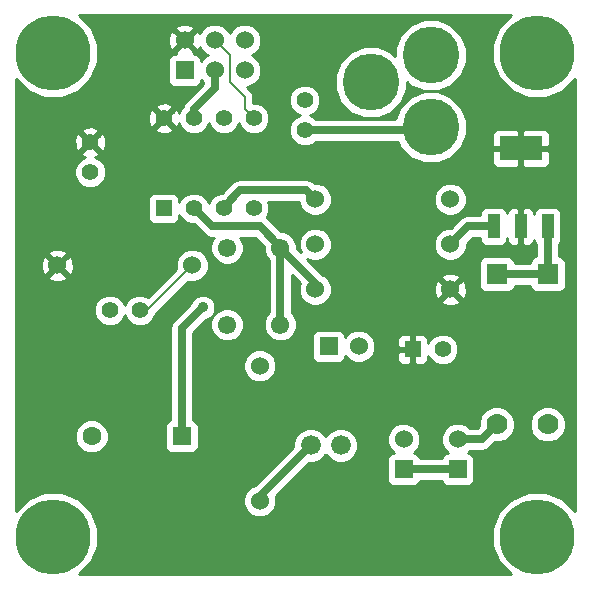
<source format=gtl>
G04 (created by PCBNEW (2013-07-07 BZR 4022)-stable) date 11/10/2014 7:57:12 PM*
%MOIN*%
G04 Gerber Fmt 3.4, Leading zero omitted, Abs format*
%FSLAX34Y34*%
G01*
G70*
G90*
G04 APERTURE LIST*
%ADD10C,0.00590551*%
%ADD11R,0.144X0.08*%
%ADD12R,0.04X0.08*%
%ADD13R,0.055X0.055*%
%ADD14C,0.055*%
%ADD15C,0.25*%
%ADD16C,0.189*%
%ADD17C,0.061*%
%ADD18C,0.06*%
%ADD19R,0.06X0.06*%
%ADD20C,0.07*%
%ADD21R,0.07X0.07*%
%ADD22R,0.0629921X0.0629921*%
%ADD23C,0.0629921*%
%ADD24C,0.066*%
%ADD25C,0.035*%
%ADD26C,0.025*%
%ADD27C,0.008*%
%ADD28C,0.01*%
G04 APERTURE END LIST*
G54D10*
G54D11*
X21100Y-8700D03*
G54D12*
X21100Y-11300D03*
X22000Y-11300D03*
X20200Y-11300D03*
G54D13*
X9200Y-10700D03*
G54D14*
X10200Y-10700D03*
X11200Y-10700D03*
X12200Y-10700D03*
X12200Y-7700D03*
X11200Y-7700D03*
X10200Y-7700D03*
X9200Y-7700D03*
G54D15*
X5511Y-21653D03*
X21653Y-21653D03*
X21653Y-5511D03*
X5511Y-5511D03*
G54D14*
X8400Y-14100D03*
X7400Y-14100D03*
X13900Y-8100D03*
X13900Y-7100D03*
X6750Y-8500D03*
X6750Y-9500D03*
G54D16*
X18100Y-5600D03*
X18100Y-8000D03*
X16100Y-6500D03*
G54D17*
X11314Y-14580D03*
X13086Y-14580D03*
X11314Y-12020D03*
X13086Y-12020D03*
G54D18*
X18750Y-10400D03*
X14250Y-10400D03*
X14250Y-11900D03*
X18750Y-11900D03*
X14250Y-13400D03*
X18750Y-13400D03*
G54D19*
X17200Y-19400D03*
G54D18*
X17200Y-18400D03*
G54D19*
X19000Y-19400D03*
G54D18*
X19000Y-18400D03*
G54D19*
X14700Y-15300D03*
G54D18*
X15700Y-15300D03*
G54D20*
X22000Y-17900D03*
G54D21*
X22000Y-12900D03*
G54D20*
X20300Y-17900D03*
G54D21*
X20300Y-12900D03*
G54D19*
X9900Y-6100D03*
G54D18*
X9900Y-5100D03*
X10900Y-6100D03*
X10900Y-5100D03*
X11900Y-6100D03*
X11900Y-5100D03*
G54D13*
X17500Y-15400D03*
G54D14*
X18500Y-15400D03*
G54D18*
X5650Y-12600D03*
X10150Y-12600D03*
G54D22*
X9796Y-18300D03*
G54D23*
X6803Y-18300D03*
G54D18*
X12400Y-15950D03*
X12400Y-20450D03*
G54D24*
X14100Y-18600D03*
X15100Y-18600D03*
G54D25*
X10500Y-14000D03*
G54D26*
X9796Y-18300D02*
X9796Y-14703D01*
X9796Y-14703D02*
X10500Y-14000D01*
G54D27*
X9796Y-14703D02*
X10500Y-14000D01*
X10900Y-5100D02*
X11400Y-5600D01*
X11900Y-7400D02*
X12200Y-7700D01*
X11900Y-7000D02*
X11900Y-7400D01*
X11400Y-6500D02*
X11900Y-7000D01*
X11400Y-5600D02*
X11400Y-6500D01*
G54D26*
X10200Y-7700D02*
X10200Y-7400D01*
X10200Y-7400D02*
X10900Y-6700D01*
X10900Y-6700D02*
X10900Y-6100D01*
G54D27*
X10900Y-6700D02*
X10900Y-6100D01*
X10200Y-7400D02*
X10900Y-6700D01*
G54D26*
X10200Y-10700D02*
X10800Y-11300D01*
X13086Y-11986D02*
X13086Y-12020D01*
X12400Y-11300D02*
X13086Y-11986D01*
X10800Y-11300D02*
X12400Y-11300D01*
X14250Y-13400D02*
X14250Y-13184D01*
X14250Y-13184D02*
X13086Y-12020D01*
X13086Y-14580D02*
X13086Y-12020D01*
X11200Y-10700D02*
X11200Y-10650D01*
X13950Y-10100D02*
X14250Y-10400D01*
X11750Y-10100D02*
X13950Y-10100D01*
X11200Y-10650D02*
X11750Y-10100D01*
G54D27*
X8400Y-14100D02*
X8650Y-14100D01*
X8650Y-14100D02*
X10150Y-12600D01*
G54D26*
X13900Y-8100D02*
X18000Y-8100D01*
X18000Y-8100D02*
X18100Y-8000D01*
X18000Y-8100D02*
X18100Y-8000D01*
X20200Y-11300D02*
X19350Y-11300D01*
X19350Y-11300D02*
X18750Y-11900D01*
X20300Y-12900D02*
X22000Y-12900D01*
X22000Y-12900D02*
X22000Y-11300D01*
X12400Y-20450D02*
X12400Y-20300D01*
X12400Y-20300D02*
X14100Y-18600D01*
X17200Y-19400D02*
X19000Y-19400D01*
X19000Y-18400D02*
X19800Y-18400D01*
X19800Y-18400D02*
X20300Y-17900D01*
G54D10*
G36*
X22903Y-20782D02*
X22600Y-20478D01*
X22600Y-17781D01*
X22600Y-17781D01*
X22600Y-13200D01*
X22600Y-12500D01*
X22562Y-12408D01*
X22491Y-12338D01*
X22399Y-12300D01*
X22375Y-12300D01*
X22375Y-11878D01*
X22411Y-11841D01*
X22449Y-11749D01*
X22450Y-11650D01*
X22450Y-10850D01*
X22412Y-10758D01*
X22341Y-10688D01*
X22249Y-10650D01*
X22150Y-10649D01*
X22070Y-10649D01*
X22070Y-9050D01*
X22070Y-8349D01*
X22069Y-8250D01*
X22031Y-8158D01*
X21961Y-8087D01*
X21869Y-8049D01*
X21212Y-8050D01*
X21150Y-8112D01*
X21150Y-8650D01*
X22007Y-8650D01*
X22070Y-8587D01*
X22070Y-8349D01*
X22070Y-9050D01*
X22070Y-8812D01*
X22007Y-8750D01*
X21150Y-8750D01*
X21150Y-9287D01*
X21212Y-9350D01*
X21869Y-9350D01*
X21961Y-9312D01*
X22031Y-9241D01*
X22069Y-9149D01*
X22070Y-9050D01*
X22070Y-10649D01*
X21750Y-10649D01*
X21658Y-10687D01*
X21588Y-10758D01*
X21550Y-10850D01*
X21550Y-10900D01*
X21549Y-10850D01*
X21511Y-10758D01*
X21441Y-10687D01*
X21349Y-10649D01*
X21212Y-10650D01*
X21150Y-10712D01*
X21150Y-11250D01*
X21157Y-11250D01*
X21157Y-11350D01*
X21150Y-11350D01*
X21150Y-11887D01*
X21212Y-11950D01*
X21349Y-11950D01*
X21441Y-11912D01*
X21511Y-11841D01*
X21549Y-11749D01*
X21549Y-11749D01*
X21549Y-11749D01*
X21587Y-11841D01*
X21625Y-11878D01*
X21625Y-12299D01*
X21600Y-12299D01*
X21508Y-12337D01*
X21438Y-12408D01*
X21400Y-12500D01*
X21400Y-12525D01*
X21050Y-12525D01*
X21050Y-11887D01*
X21050Y-11350D01*
X21042Y-11350D01*
X21042Y-11250D01*
X21050Y-11250D01*
X21050Y-10712D01*
X21050Y-9287D01*
X21050Y-8750D01*
X21050Y-8650D01*
X21050Y-8112D01*
X20987Y-8050D01*
X20330Y-8049D01*
X20238Y-8087D01*
X20168Y-8158D01*
X20130Y-8250D01*
X20129Y-8349D01*
X20130Y-8587D01*
X20192Y-8650D01*
X21050Y-8650D01*
X21050Y-8750D01*
X20192Y-8750D01*
X20130Y-8812D01*
X20129Y-9050D01*
X20130Y-9149D01*
X20168Y-9241D01*
X20238Y-9312D01*
X20330Y-9350D01*
X20987Y-9350D01*
X21050Y-9287D01*
X21050Y-10712D01*
X20987Y-10650D01*
X20850Y-10649D01*
X20758Y-10687D01*
X20688Y-10758D01*
X20650Y-10850D01*
X20650Y-10850D01*
X20612Y-10758D01*
X20541Y-10688D01*
X20449Y-10650D01*
X20350Y-10649D01*
X19950Y-10649D01*
X19858Y-10687D01*
X19788Y-10758D01*
X19750Y-10850D01*
X19749Y-10925D01*
X19350Y-10925D01*
X19300Y-10934D01*
X19300Y-10291D01*
X19295Y-10279D01*
X19295Y-7763D01*
X19295Y-5363D01*
X19113Y-4923D01*
X18777Y-4587D01*
X18338Y-4405D01*
X17863Y-4404D01*
X17423Y-4586D01*
X17087Y-4922D01*
X16905Y-5361D01*
X16904Y-5614D01*
X16777Y-5487D01*
X16338Y-5305D01*
X15863Y-5304D01*
X15423Y-5486D01*
X15087Y-5822D01*
X14905Y-6261D01*
X14904Y-6736D01*
X15086Y-7176D01*
X15422Y-7512D01*
X15861Y-7694D01*
X16336Y-7695D01*
X16776Y-7513D01*
X17112Y-7177D01*
X17294Y-6738D01*
X17295Y-6485D01*
X17422Y-6612D01*
X17861Y-6794D01*
X18336Y-6795D01*
X18776Y-6613D01*
X19112Y-6277D01*
X19294Y-5838D01*
X19295Y-5363D01*
X19295Y-7763D01*
X19113Y-7323D01*
X18777Y-6987D01*
X18338Y-6805D01*
X17863Y-6804D01*
X17423Y-6986D01*
X17087Y-7322D01*
X16920Y-7725D01*
X14267Y-7725D01*
X14197Y-7655D01*
X14064Y-7599D01*
X14197Y-7545D01*
X14344Y-7397D01*
X14424Y-7204D01*
X14425Y-6996D01*
X14345Y-6803D01*
X14197Y-6655D01*
X14004Y-6575D01*
X13796Y-6574D01*
X13603Y-6654D01*
X13455Y-6802D01*
X13375Y-6995D01*
X13374Y-7203D01*
X13454Y-7397D01*
X13602Y-7544D01*
X13735Y-7600D01*
X13603Y-7654D01*
X13455Y-7802D01*
X13375Y-7995D01*
X13374Y-8203D01*
X13454Y-8397D01*
X13602Y-8544D01*
X13795Y-8624D01*
X14003Y-8625D01*
X14197Y-8545D01*
X14267Y-8475D01*
X17003Y-8475D01*
X17086Y-8676D01*
X17422Y-9012D01*
X17861Y-9194D01*
X18336Y-9195D01*
X18776Y-9013D01*
X19112Y-8677D01*
X19294Y-8238D01*
X19295Y-7763D01*
X19295Y-10279D01*
X19216Y-10088D01*
X19061Y-9934D01*
X18859Y-9850D01*
X18641Y-9849D01*
X18438Y-9933D01*
X18284Y-10088D01*
X18200Y-10290D01*
X18199Y-10508D01*
X18283Y-10711D01*
X18438Y-10865D01*
X18640Y-10949D01*
X18858Y-10950D01*
X19061Y-10866D01*
X19215Y-10711D01*
X19299Y-10509D01*
X19300Y-10291D01*
X19300Y-10934D01*
X19206Y-10953D01*
X19084Y-11034D01*
X18769Y-11350D01*
X18641Y-11349D01*
X18438Y-11433D01*
X18284Y-11588D01*
X18200Y-11790D01*
X18199Y-12008D01*
X18283Y-12211D01*
X18438Y-12365D01*
X18640Y-12449D01*
X18858Y-12450D01*
X19061Y-12366D01*
X19215Y-12211D01*
X19299Y-12009D01*
X19300Y-11880D01*
X19505Y-11675D01*
X19749Y-11675D01*
X19749Y-11749D01*
X19787Y-11841D01*
X19858Y-11911D01*
X19950Y-11949D01*
X20049Y-11950D01*
X20449Y-11950D01*
X20541Y-11912D01*
X20611Y-11841D01*
X20649Y-11749D01*
X20650Y-11699D01*
X20650Y-11749D01*
X20688Y-11841D01*
X20758Y-11912D01*
X20850Y-11950D01*
X20987Y-11950D01*
X21050Y-11887D01*
X21050Y-12525D01*
X20900Y-12525D01*
X20900Y-12500D01*
X20862Y-12408D01*
X20791Y-12338D01*
X20699Y-12300D01*
X20600Y-12299D01*
X19900Y-12299D01*
X19808Y-12337D01*
X19738Y-12408D01*
X19700Y-12500D01*
X19699Y-12599D01*
X19699Y-13299D01*
X19737Y-13391D01*
X19808Y-13461D01*
X19900Y-13499D01*
X19999Y-13500D01*
X20699Y-13500D01*
X20791Y-13462D01*
X20861Y-13391D01*
X20899Y-13299D01*
X20899Y-13275D01*
X21399Y-13275D01*
X21399Y-13299D01*
X21437Y-13391D01*
X21508Y-13461D01*
X21600Y-13499D01*
X21699Y-13500D01*
X22399Y-13500D01*
X22491Y-13462D01*
X22561Y-13391D01*
X22599Y-13299D01*
X22600Y-13200D01*
X22600Y-17781D01*
X22508Y-17560D01*
X22340Y-17391D01*
X22119Y-17300D01*
X21881Y-17299D01*
X21660Y-17391D01*
X21491Y-17559D01*
X21400Y-17780D01*
X21399Y-18018D01*
X21491Y-18239D01*
X21659Y-18408D01*
X21880Y-18499D01*
X22118Y-18500D01*
X22339Y-18408D01*
X22508Y-18240D01*
X22599Y-18019D01*
X22600Y-17781D01*
X22600Y-20478D01*
X22504Y-20382D01*
X21953Y-20153D01*
X21356Y-20153D01*
X20900Y-20341D01*
X20900Y-17781D01*
X20808Y-17560D01*
X20640Y-17391D01*
X20419Y-17300D01*
X20181Y-17299D01*
X19960Y-17391D01*
X19791Y-17559D01*
X19700Y-17780D01*
X19699Y-17969D01*
X19644Y-18025D01*
X19402Y-18025D01*
X19311Y-17934D01*
X19304Y-17931D01*
X19304Y-13481D01*
X19293Y-13263D01*
X19231Y-13112D01*
X19135Y-13084D01*
X19065Y-13155D01*
X19065Y-13014D01*
X19037Y-12918D01*
X18831Y-12845D01*
X18613Y-12856D01*
X18462Y-12918D01*
X18434Y-13014D01*
X18750Y-13329D01*
X19065Y-13014D01*
X19065Y-13155D01*
X18820Y-13400D01*
X19135Y-13715D01*
X19231Y-13687D01*
X19304Y-13481D01*
X19304Y-17931D01*
X19109Y-17850D01*
X19065Y-17850D01*
X19065Y-13785D01*
X18750Y-13470D01*
X18679Y-13541D01*
X18679Y-13400D01*
X18364Y-13084D01*
X18268Y-13112D01*
X18195Y-13318D01*
X18206Y-13536D01*
X18268Y-13687D01*
X18364Y-13715D01*
X18679Y-13400D01*
X18679Y-13541D01*
X18434Y-13785D01*
X18462Y-13881D01*
X18668Y-13954D01*
X18886Y-13943D01*
X19037Y-13881D01*
X19065Y-13785D01*
X19065Y-17850D01*
X19025Y-17850D01*
X19025Y-15296D01*
X18945Y-15103D01*
X18797Y-14955D01*
X18604Y-14875D01*
X18396Y-14874D01*
X18203Y-14954D01*
X18055Y-15102D01*
X18025Y-15174D01*
X18025Y-15174D01*
X18024Y-15075D01*
X17986Y-14983D01*
X17916Y-14912D01*
X17824Y-14874D01*
X17612Y-14875D01*
X17550Y-14937D01*
X17550Y-15350D01*
X17557Y-15350D01*
X17557Y-15450D01*
X17550Y-15450D01*
X17550Y-15862D01*
X17612Y-15925D01*
X17824Y-15925D01*
X17916Y-15887D01*
X17986Y-15816D01*
X18024Y-15724D01*
X18025Y-15625D01*
X18025Y-15625D01*
X18054Y-15697D01*
X18202Y-15844D01*
X18395Y-15924D01*
X18603Y-15925D01*
X18797Y-15845D01*
X18944Y-15697D01*
X19024Y-15504D01*
X19025Y-15296D01*
X19025Y-17850D01*
X18891Y-17849D01*
X18688Y-17933D01*
X18534Y-18088D01*
X18450Y-18290D01*
X18449Y-18508D01*
X18533Y-18711D01*
X18672Y-18849D01*
X18650Y-18849D01*
X18558Y-18887D01*
X18488Y-18958D01*
X18460Y-19025D01*
X17739Y-19025D01*
X17712Y-18958D01*
X17641Y-18888D01*
X17549Y-18850D01*
X17527Y-18850D01*
X17665Y-18711D01*
X17749Y-18509D01*
X17750Y-18291D01*
X17666Y-18088D01*
X17511Y-17934D01*
X17450Y-17908D01*
X17450Y-15862D01*
X17450Y-15450D01*
X17450Y-15350D01*
X17450Y-14937D01*
X17387Y-14875D01*
X17175Y-14874D01*
X17083Y-14912D01*
X17013Y-14983D01*
X16975Y-15075D01*
X16974Y-15174D01*
X16975Y-15287D01*
X17037Y-15350D01*
X17450Y-15350D01*
X17450Y-15450D01*
X17037Y-15450D01*
X16975Y-15512D01*
X16974Y-15625D01*
X16975Y-15724D01*
X17013Y-15816D01*
X17083Y-15887D01*
X17175Y-15925D01*
X17387Y-15925D01*
X17450Y-15862D01*
X17450Y-17908D01*
X17309Y-17850D01*
X17091Y-17849D01*
X16888Y-17933D01*
X16734Y-18088D01*
X16650Y-18290D01*
X16649Y-18508D01*
X16733Y-18711D01*
X16872Y-18849D01*
X16850Y-18849D01*
X16758Y-18887D01*
X16688Y-18958D01*
X16650Y-19050D01*
X16649Y-19149D01*
X16649Y-19749D01*
X16687Y-19841D01*
X16758Y-19911D01*
X16850Y-19949D01*
X16949Y-19950D01*
X17549Y-19950D01*
X17641Y-19912D01*
X17711Y-19841D01*
X17739Y-19775D01*
X18460Y-19775D01*
X18487Y-19841D01*
X18558Y-19911D01*
X18650Y-19949D01*
X18749Y-19950D01*
X19349Y-19950D01*
X19441Y-19912D01*
X19511Y-19841D01*
X19549Y-19749D01*
X19550Y-19650D01*
X19550Y-19050D01*
X19512Y-18958D01*
X19441Y-18888D01*
X19349Y-18850D01*
X19327Y-18850D01*
X19402Y-18775D01*
X19800Y-18775D01*
X19943Y-18746D01*
X20065Y-18665D01*
X20230Y-18499D01*
X20418Y-18500D01*
X20639Y-18408D01*
X20808Y-18240D01*
X20899Y-18019D01*
X20900Y-17781D01*
X20900Y-20341D01*
X20804Y-20381D01*
X20382Y-20802D01*
X20153Y-21353D01*
X20153Y-21950D01*
X20381Y-22502D01*
X20781Y-22903D01*
X16250Y-22903D01*
X16250Y-15191D01*
X16166Y-14988D01*
X16011Y-14834D01*
X15809Y-14750D01*
X15591Y-14749D01*
X15388Y-14833D01*
X15250Y-14972D01*
X15250Y-14950D01*
X15212Y-14858D01*
X15141Y-14788D01*
X15049Y-14750D01*
X14950Y-14749D01*
X14800Y-14749D01*
X14800Y-13291D01*
X14716Y-13088D01*
X14561Y-12934D01*
X14507Y-12911D01*
X13979Y-12383D01*
X14140Y-12449D01*
X14358Y-12450D01*
X14561Y-12366D01*
X14715Y-12211D01*
X14799Y-12009D01*
X14800Y-11791D01*
X14716Y-11588D01*
X14561Y-11434D01*
X14359Y-11350D01*
X14141Y-11349D01*
X13938Y-11433D01*
X13784Y-11588D01*
X13700Y-11790D01*
X13699Y-12008D01*
X13766Y-12170D01*
X13640Y-12044D01*
X13641Y-11910D01*
X13556Y-11706D01*
X13400Y-11549D01*
X13196Y-11465D01*
X13095Y-11465D01*
X12665Y-11034D01*
X12630Y-11011D01*
X12644Y-10997D01*
X12724Y-10804D01*
X12725Y-10596D01*
X12675Y-10475D01*
X13699Y-10475D01*
X13699Y-10508D01*
X13783Y-10711D01*
X13938Y-10865D01*
X14140Y-10949D01*
X14358Y-10950D01*
X14561Y-10866D01*
X14715Y-10711D01*
X14799Y-10509D01*
X14800Y-10291D01*
X14716Y-10088D01*
X14561Y-9934D01*
X14359Y-9850D01*
X14230Y-9849D01*
X14215Y-9834D01*
X14093Y-9753D01*
X13950Y-9725D01*
X12725Y-9725D01*
X12725Y-7596D01*
X12645Y-7403D01*
X12497Y-7255D01*
X12304Y-7175D01*
X12190Y-7174D01*
X12190Y-7000D01*
X12167Y-6889D01*
X12105Y-6794D01*
X11960Y-6650D01*
X12008Y-6650D01*
X12211Y-6566D01*
X12365Y-6411D01*
X12449Y-6209D01*
X12450Y-5991D01*
X12366Y-5788D01*
X12211Y-5634D01*
X12130Y-5600D01*
X12211Y-5566D01*
X12365Y-5411D01*
X12449Y-5209D01*
X12450Y-4991D01*
X12366Y-4788D01*
X12211Y-4634D01*
X12009Y-4550D01*
X11791Y-4549D01*
X11588Y-4633D01*
X11434Y-4788D01*
X11400Y-4869D01*
X11366Y-4788D01*
X11211Y-4634D01*
X11009Y-4550D01*
X10791Y-4549D01*
X10588Y-4633D01*
X10434Y-4788D01*
X10402Y-4863D01*
X10381Y-4812D01*
X10285Y-4784D01*
X10215Y-4855D01*
X10215Y-4714D01*
X10187Y-4618D01*
X9981Y-4545D01*
X9763Y-4556D01*
X9612Y-4618D01*
X9584Y-4714D01*
X9900Y-5029D01*
X10215Y-4714D01*
X10215Y-4855D01*
X9970Y-5100D01*
X10285Y-5415D01*
X10381Y-5387D01*
X10400Y-5332D01*
X10433Y-5411D01*
X10588Y-5565D01*
X10669Y-5599D01*
X10588Y-5633D01*
X10450Y-5772D01*
X10450Y-5750D01*
X10412Y-5658D01*
X10341Y-5588D01*
X10249Y-5550D01*
X10196Y-5549D01*
X10215Y-5485D01*
X9900Y-5170D01*
X9829Y-5241D01*
X9829Y-5100D01*
X9514Y-4784D01*
X9418Y-4812D01*
X9345Y-5018D01*
X9356Y-5236D01*
X9418Y-5387D01*
X9514Y-5415D01*
X9829Y-5100D01*
X9829Y-5241D01*
X9584Y-5485D01*
X9603Y-5549D01*
X9550Y-5549D01*
X9458Y-5587D01*
X9388Y-5658D01*
X9350Y-5750D01*
X9349Y-5849D01*
X9349Y-6449D01*
X9387Y-6541D01*
X9458Y-6611D01*
X9550Y-6649D01*
X9649Y-6650D01*
X10249Y-6650D01*
X10341Y-6612D01*
X10411Y-6541D01*
X10449Y-6449D01*
X10449Y-6427D01*
X10525Y-6502D01*
X10525Y-6544D01*
X9934Y-7134D01*
X9853Y-7256D01*
X9841Y-7315D01*
X9755Y-7402D01*
X9702Y-7528D01*
X9660Y-7427D01*
X9567Y-7402D01*
X9497Y-7473D01*
X9497Y-7332D01*
X9472Y-7239D01*
X9275Y-7170D01*
X9067Y-7181D01*
X8927Y-7239D01*
X8902Y-7332D01*
X9200Y-7629D01*
X9497Y-7332D01*
X9497Y-7473D01*
X9270Y-7700D01*
X9567Y-7997D01*
X9660Y-7972D01*
X9699Y-7862D01*
X9754Y-7997D01*
X9902Y-8144D01*
X10095Y-8224D01*
X10303Y-8225D01*
X10497Y-8145D01*
X10644Y-7997D01*
X10700Y-7864D01*
X10754Y-7997D01*
X10902Y-8144D01*
X11095Y-8224D01*
X11303Y-8225D01*
X11497Y-8145D01*
X11644Y-7997D01*
X11700Y-7864D01*
X11754Y-7997D01*
X11902Y-8144D01*
X12095Y-8224D01*
X12303Y-8225D01*
X12497Y-8145D01*
X12644Y-7997D01*
X12724Y-7804D01*
X12725Y-7596D01*
X12725Y-9725D01*
X11750Y-9725D01*
X11606Y-9753D01*
X11484Y-9834D01*
X11144Y-10174D01*
X11096Y-10174D01*
X10903Y-10254D01*
X10755Y-10402D01*
X10699Y-10535D01*
X10645Y-10403D01*
X10497Y-10255D01*
X10304Y-10175D01*
X10096Y-10174D01*
X9903Y-10254D01*
X9755Y-10402D01*
X9725Y-10474D01*
X9725Y-10375D01*
X9687Y-10283D01*
X9616Y-10213D01*
X9524Y-10175D01*
X9497Y-10175D01*
X9497Y-8067D01*
X9200Y-7770D01*
X9129Y-7841D01*
X9129Y-7700D01*
X8832Y-7402D01*
X8739Y-7427D01*
X8670Y-7624D01*
X8681Y-7832D01*
X8739Y-7972D01*
X8832Y-7997D01*
X9129Y-7700D01*
X9129Y-7841D01*
X8902Y-8067D01*
X8927Y-8160D01*
X9124Y-8229D01*
X9332Y-8218D01*
X9472Y-8160D01*
X9497Y-8067D01*
X9497Y-10175D01*
X9425Y-10174D01*
X8875Y-10174D01*
X8783Y-10212D01*
X8713Y-10283D01*
X8675Y-10375D01*
X8674Y-10474D01*
X8674Y-11024D01*
X8712Y-11116D01*
X8783Y-11186D01*
X8875Y-11224D01*
X8974Y-11225D01*
X9524Y-11225D01*
X9616Y-11187D01*
X9686Y-11116D01*
X9724Y-11024D01*
X9725Y-10925D01*
X9725Y-10925D01*
X9754Y-10997D01*
X9902Y-11144D01*
X10095Y-11224D01*
X10194Y-11224D01*
X10534Y-11565D01*
X10534Y-11565D01*
X10656Y-11646D01*
X10800Y-11675D01*
X10874Y-11675D01*
X10843Y-11705D01*
X10759Y-11909D01*
X10758Y-12129D01*
X10843Y-12333D01*
X10999Y-12490D01*
X11203Y-12574D01*
X11423Y-12575D01*
X11627Y-12490D01*
X11784Y-12334D01*
X11868Y-12130D01*
X11869Y-11910D01*
X11784Y-11706D01*
X11753Y-11675D01*
X12244Y-11675D01*
X12531Y-11961D01*
X12530Y-12129D01*
X12615Y-12333D01*
X12711Y-12429D01*
X12711Y-14170D01*
X12615Y-14265D01*
X12531Y-14469D01*
X12530Y-14689D01*
X12615Y-14893D01*
X12771Y-15050D01*
X12975Y-15134D01*
X13195Y-15135D01*
X13399Y-15050D01*
X13556Y-14894D01*
X13640Y-14690D01*
X13641Y-14470D01*
X13556Y-14266D01*
X13461Y-14170D01*
X13461Y-12925D01*
X13736Y-13201D01*
X13700Y-13290D01*
X13699Y-13508D01*
X13783Y-13711D01*
X13938Y-13865D01*
X14140Y-13949D01*
X14358Y-13950D01*
X14561Y-13866D01*
X14715Y-13711D01*
X14799Y-13509D01*
X14800Y-13291D01*
X14800Y-14749D01*
X14350Y-14749D01*
X14258Y-14787D01*
X14188Y-14858D01*
X14150Y-14950D01*
X14149Y-15049D01*
X14149Y-15649D01*
X14187Y-15741D01*
X14258Y-15811D01*
X14350Y-15849D01*
X14449Y-15850D01*
X15049Y-15850D01*
X15141Y-15812D01*
X15211Y-15741D01*
X15249Y-15649D01*
X15249Y-15627D01*
X15388Y-15765D01*
X15590Y-15849D01*
X15808Y-15850D01*
X16011Y-15766D01*
X16165Y-15611D01*
X16249Y-15409D01*
X16250Y-15191D01*
X16250Y-22903D01*
X15680Y-22903D01*
X15680Y-18485D01*
X15591Y-18271D01*
X15428Y-18108D01*
X15215Y-18020D01*
X14985Y-18019D01*
X14771Y-18108D01*
X14608Y-18271D01*
X14600Y-18291D01*
X14591Y-18271D01*
X14428Y-18108D01*
X14215Y-18020D01*
X13985Y-18019D01*
X13771Y-18108D01*
X13608Y-18271D01*
X13520Y-18484D01*
X13519Y-18649D01*
X12950Y-19219D01*
X12950Y-15841D01*
X12866Y-15638D01*
X12711Y-15484D01*
X12509Y-15400D01*
X12291Y-15399D01*
X12088Y-15483D01*
X11934Y-15638D01*
X11869Y-15794D01*
X11869Y-14470D01*
X11784Y-14266D01*
X11628Y-14109D01*
X11424Y-14025D01*
X11204Y-14024D01*
X11000Y-14109D01*
X10925Y-14184D01*
X10925Y-13915D01*
X10860Y-13759D01*
X10741Y-13639D01*
X10700Y-13622D01*
X10700Y-12491D01*
X10616Y-12288D01*
X10461Y-12134D01*
X10259Y-12050D01*
X10041Y-12049D01*
X9838Y-12133D01*
X9684Y-12288D01*
X9600Y-12490D01*
X9599Y-12708D01*
X9608Y-12730D01*
X8688Y-13651D01*
X8504Y-13575D01*
X8296Y-13574D01*
X8103Y-13654D01*
X7955Y-13802D01*
X7899Y-13935D01*
X7845Y-13803D01*
X7697Y-13655D01*
X7504Y-13575D01*
X7296Y-13574D01*
X7279Y-13581D01*
X7279Y-8575D01*
X7268Y-8367D01*
X7210Y-8227D01*
X7117Y-8202D01*
X7047Y-8273D01*
X7047Y-8132D01*
X7022Y-8039D01*
X6825Y-7970D01*
X6617Y-7981D01*
X6477Y-8039D01*
X6452Y-8132D01*
X6750Y-8429D01*
X7047Y-8132D01*
X7047Y-8273D01*
X6820Y-8500D01*
X7117Y-8797D01*
X7210Y-8772D01*
X7279Y-8575D01*
X7279Y-13581D01*
X7275Y-13583D01*
X7275Y-9396D01*
X7195Y-9203D01*
X7047Y-9055D01*
X6921Y-9002D01*
X7022Y-8960D01*
X7047Y-8867D01*
X6750Y-8570D01*
X6679Y-8641D01*
X6679Y-8500D01*
X6382Y-8202D01*
X6289Y-8227D01*
X6220Y-8424D01*
X6231Y-8632D01*
X6289Y-8772D01*
X6382Y-8797D01*
X6679Y-8500D01*
X6679Y-8641D01*
X6452Y-8867D01*
X6477Y-8960D01*
X6587Y-8999D01*
X6453Y-9054D01*
X6305Y-9202D01*
X6225Y-9395D01*
X6224Y-9603D01*
X6304Y-9797D01*
X6452Y-9944D01*
X6645Y-10024D01*
X6853Y-10025D01*
X7047Y-9945D01*
X7194Y-9797D01*
X7274Y-9604D01*
X7275Y-9396D01*
X7275Y-13583D01*
X7103Y-13654D01*
X6955Y-13802D01*
X6875Y-13995D01*
X6874Y-14203D01*
X6954Y-14397D01*
X7102Y-14544D01*
X7295Y-14624D01*
X7503Y-14625D01*
X7697Y-14545D01*
X7844Y-14397D01*
X7900Y-14264D01*
X7954Y-14397D01*
X8102Y-14544D01*
X8295Y-14624D01*
X8503Y-14625D01*
X8697Y-14545D01*
X8844Y-14397D01*
X8903Y-14256D01*
X10018Y-13141D01*
X10040Y-13149D01*
X10258Y-13150D01*
X10461Y-13066D01*
X10615Y-12911D01*
X10699Y-12709D01*
X10700Y-12491D01*
X10700Y-13622D01*
X10584Y-13575D01*
X10415Y-13574D01*
X10259Y-13639D01*
X10139Y-13758D01*
X10089Y-13880D01*
X9530Y-14438D01*
X9449Y-14560D01*
X9421Y-14703D01*
X9421Y-17739D01*
X9339Y-17772D01*
X9269Y-17843D01*
X9231Y-17935D01*
X9231Y-18034D01*
X9231Y-18664D01*
X9269Y-18756D01*
X9339Y-18826D01*
X9431Y-18864D01*
X9530Y-18865D01*
X10160Y-18865D01*
X10252Y-18827D01*
X10322Y-18756D01*
X10360Y-18664D01*
X10361Y-18565D01*
X10361Y-17935D01*
X10323Y-17843D01*
X10252Y-17773D01*
X10171Y-17739D01*
X10171Y-14859D01*
X10620Y-14410D01*
X10740Y-14360D01*
X10860Y-14241D01*
X10924Y-14084D01*
X10925Y-13915D01*
X10925Y-14184D01*
X10843Y-14265D01*
X10759Y-14469D01*
X10758Y-14689D01*
X10843Y-14893D01*
X10999Y-15050D01*
X11203Y-15134D01*
X11423Y-15135D01*
X11627Y-15050D01*
X11784Y-14894D01*
X11868Y-14690D01*
X11869Y-14470D01*
X11869Y-15794D01*
X11850Y-15840D01*
X11849Y-16058D01*
X11933Y-16261D01*
X12088Y-16415D01*
X12290Y-16499D01*
X12508Y-16500D01*
X12711Y-16416D01*
X12865Y-16261D01*
X12949Y-16059D01*
X12950Y-15841D01*
X12950Y-19219D01*
X12254Y-19914D01*
X12088Y-19983D01*
X11934Y-20138D01*
X11850Y-20340D01*
X11849Y-20558D01*
X11933Y-20761D01*
X12088Y-20915D01*
X12290Y-20999D01*
X12508Y-21000D01*
X12711Y-20916D01*
X12865Y-20761D01*
X12949Y-20559D01*
X12950Y-20341D01*
X12932Y-20298D01*
X14050Y-19179D01*
X14214Y-19180D01*
X14428Y-19091D01*
X14591Y-18928D01*
X14599Y-18908D01*
X14608Y-18928D01*
X14771Y-19091D01*
X14984Y-19179D01*
X15214Y-19180D01*
X15428Y-19091D01*
X15591Y-18928D01*
X15679Y-18715D01*
X15680Y-18485D01*
X15680Y-22903D01*
X7368Y-22903D01*
X7368Y-18188D01*
X7283Y-17980D01*
X7124Y-17821D01*
X6916Y-17735D01*
X6692Y-17734D01*
X6484Y-17820D01*
X6325Y-17979D01*
X6239Y-18187D01*
X6238Y-18411D01*
X6324Y-18619D01*
X6483Y-18778D01*
X6691Y-18864D01*
X6915Y-18865D01*
X7123Y-18779D01*
X7282Y-18620D01*
X7368Y-18412D01*
X7368Y-18188D01*
X7368Y-22903D01*
X6382Y-22903D01*
X6782Y-22504D01*
X7011Y-21953D01*
X7012Y-21356D01*
X6784Y-20804D01*
X6362Y-20382D01*
X6204Y-20317D01*
X6204Y-12681D01*
X6193Y-12463D01*
X6131Y-12312D01*
X6035Y-12284D01*
X5965Y-12355D01*
X5965Y-12214D01*
X5937Y-12118D01*
X5731Y-12045D01*
X5513Y-12056D01*
X5362Y-12118D01*
X5334Y-12214D01*
X5650Y-12529D01*
X5965Y-12214D01*
X5965Y-12355D01*
X5720Y-12600D01*
X6035Y-12915D01*
X6131Y-12887D01*
X6204Y-12681D01*
X6204Y-20317D01*
X5965Y-20217D01*
X5965Y-12985D01*
X5650Y-12670D01*
X5579Y-12741D01*
X5579Y-12600D01*
X5264Y-12284D01*
X5168Y-12312D01*
X5095Y-12518D01*
X5106Y-12736D01*
X5168Y-12887D01*
X5264Y-12915D01*
X5579Y-12600D01*
X5579Y-12741D01*
X5334Y-12985D01*
X5362Y-13081D01*
X5568Y-13154D01*
X5786Y-13143D01*
X5937Y-13081D01*
X5965Y-12985D01*
X5965Y-20217D01*
X5811Y-20153D01*
X5214Y-20153D01*
X4663Y-20381D01*
X4262Y-20781D01*
X4262Y-6382D01*
X4661Y-6782D01*
X5212Y-7011D01*
X5808Y-7012D01*
X6360Y-6784D01*
X6782Y-6362D01*
X7011Y-5811D01*
X7012Y-5214D01*
X6784Y-4663D01*
X6383Y-4262D01*
X20782Y-4262D01*
X20382Y-4661D01*
X20153Y-5212D01*
X20153Y-5808D01*
X20381Y-6360D01*
X20802Y-6782D01*
X21353Y-7011D01*
X21950Y-7012D01*
X22502Y-6784D01*
X22903Y-6383D01*
X22903Y-20782D01*
X22903Y-20782D01*
G37*
G54D28*
X22903Y-20782D02*
X22600Y-20478D01*
X22600Y-17781D01*
X22600Y-17781D01*
X22600Y-13200D01*
X22600Y-12500D01*
X22562Y-12408D01*
X22491Y-12338D01*
X22399Y-12300D01*
X22375Y-12300D01*
X22375Y-11878D01*
X22411Y-11841D01*
X22449Y-11749D01*
X22450Y-11650D01*
X22450Y-10850D01*
X22412Y-10758D01*
X22341Y-10688D01*
X22249Y-10650D01*
X22150Y-10649D01*
X22070Y-10649D01*
X22070Y-9050D01*
X22070Y-8349D01*
X22069Y-8250D01*
X22031Y-8158D01*
X21961Y-8087D01*
X21869Y-8049D01*
X21212Y-8050D01*
X21150Y-8112D01*
X21150Y-8650D01*
X22007Y-8650D01*
X22070Y-8587D01*
X22070Y-8349D01*
X22070Y-9050D01*
X22070Y-8812D01*
X22007Y-8750D01*
X21150Y-8750D01*
X21150Y-9287D01*
X21212Y-9350D01*
X21869Y-9350D01*
X21961Y-9312D01*
X22031Y-9241D01*
X22069Y-9149D01*
X22070Y-9050D01*
X22070Y-10649D01*
X21750Y-10649D01*
X21658Y-10687D01*
X21588Y-10758D01*
X21550Y-10850D01*
X21550Y-10900D01*
X21549Y-10850D01*
X21511Y-10758D01*
X21441Y-10687D01*
X21349Y-10649D01*
X21212Y-10650D01*
X21150Y-10712D01*
X21150Y-11250D01*
X21157Y-11250D01*
X21157Y-11350D01*
X21150Y-11350D01*
X21150Y-11887D01*
X21212Y-11950D01*
X21349Y-11950D01*
X21441Y-11912D01*
X21511Y-11841D01*
X21549Y-11749D01*
X21549Y-11749D01*
X21549Y-11749D01*
X21587Y-11841D01*
X21625Y-11878D01*
X21625Y-12299D01*
X21600Y-12299D01*
X21508Y-12337D01*
X21438Y-12408D01*
X21400Y-12500D01*
X21400Y-12525D01*
X21050Y-12525D01*
X21050Y-11887D01*
X21050Y-11350D01*
X21042Y-11350D01*
X21042Y-11250D01*
X21050Y-11250D01*
X21050Y-10712D01*
X21050Y-9287D01*
X21050Y-8750D01*
X21050Y-8650D01*
X21050Y-8112D01*
X20987Y-8050D01*
X20330Y-8049D01*
X20238Y-8087D01*
X20168Y-8158D01*
X20130Y-8250D01*
X20129Y-8349D01*
X20130Y-8587D01*
X20192Y-8650D01*
X21050Y-8650D01*
X21050Y-8750D01*
X20192Y-8750D01*
X20130Y-8812D01*
X20129Y-9050D01*
X20130Y-9149D01*
X20168Y-9241D01*
X20238Y-9312D01*
X20330Y-9350D01*
X20987Y-9350D01*
X21050Y-9287D01*
X21050Y-10712D01*
X20987Y-10650D01*
X20850Y-10649D01*
X20758Y-10687D01*
X20688Y-10758D01*
X20650Y-10850D01*
X20650Y-10850D01*
X20612Y-10758D01*
X20541Y-10688D01*
X20449Y-10650D01*
X20350Y-10649D01*
X19950Y-10649D01*
X19858Y-10687D01*
X19788Y-10758D01*
X19750Y-10850D01*
X19749Y-10925D01*
X19350Y-10925D01*
X19300Y-10934D01*
X19300Y-10291D01*
X19295Y-10279D01*
X19295Y-7763D01*
X19295Y-5363D01*
X19113Y-4923D01*
X18777Y-4587D01*
X18338Y-4405D01*
X17863Y-4404D01*
X17423Y-4586D01*
X17087Y-4922D01*
X16905Y-5361D01*
X16904Y-5614D01*
X16777Y-5487D01*
X16338Y-5305D01*
X15863Y-5304D01*
X15423Y-5486D01*
X15087Y-5822D01*
X14905Y-6261D01*
X14904Y-6736D01*
X15086Y-7176D01*
X15422Y-7512D01*
X15861Y-7694D01*
X16336Y-7695D01*
X16776Y-7513D01*
X17112Y-7177D01*
X17294Y-6738D01*
X17295Y-6485D01*
X17422Y-6612D01*
X17861Y-6794D01*
X18336Y-6795D01*
X18776Y-6613D01*
X19112Y-6277D01*
X19294Y-5838D01*
X19295Y-5363D01*
X19295Y-7763D01*
X19113Y-7323D01*
X18777Y-6987D01*
X18338Y-6805D01*
X17863Y-6804D01*
X17423Y-6986D01*
X17087Y-7322D01*
X16920Y-7725D01*
X14267Y-7725D01*
X14197Y-7655D01*
X14064Y-7599D01*
X14197Y-7545D01*
X14344Y-7397D01*
X14424Y-7204D01*
X14425Y-6996D01*
X14345Y-6803D01*
X14197Y-6655D01*
X14004Y-6575D01*
X13796Y-6574D01*
X13603Y-6654D01*
X13455Y-6802D01*
X13375Y-6995D01*
X13374Y-7203D01*
X13454Y-7397D01*
X13602Y-7544D01*
X13735Y-7600D01*
X13603Y-7654D01*
X13455Y-7802D01*
X13375Y-7995D01*
X13374Y-8203D01*
X13454Y-8397D01*
X13602Y-8544D01*
X13795Y-8624D01*
X14003Y-8625D01*
X14197Y-8545D01*
X14267Y-8475D01*
X17003Y-8475D01*
X17086Y-8676D01*
X17422Y-9012D01*
X17861Y-9194D01*
X18336Y-9195D01*
X18776Y-9013D01*
X19112Y-8677D01*
X19294Y-8238D01*
X19295Y-7763D01*
X19295Y-10279D01*
X19216Y-10088D01*
X19061Y-9934D01*
X18859Y-9850D01*
X18641Y-9849D01*
X18438Y-9933D01*
X18284Y-10088D01*
X18200Y-10290D01*
X18199Y-10508D01*
X18283Y-10711D01*
X18438Y-10865D01*
X18640Y-10949D01*
X18858Y-10950D01*
X19061Y-10866D01*
X19215Y-10711D01*
X19299Y-10509D01*
X19300Y-10291D01*
X19300Y-10934D01*
X19206Y-10953D01*
X19084Y-11034D01*
X18769Y-11350D01*
X18641Y-11349D01*
X18438Y-11433D01*
X18284Y-11588D01*
X18200Y-11790D01*
X18199Y-12008D01*
X18283Y-12211D01*
X18438Y-12365D01*
X18640Y-12449D01*
X18858Y-12450D01*
X19061Y-12366D01*
X19215Y-12211D01*
X19299Y-12009D01*
X19300Y-11880D01*
X19505Y-11675D01*
X19749Y-11675D01*
X19749Y-11749D01*
X19787Y-11841D01*
X19858Y-11911D01*
X19950Y-11949D01*
X20049Y-11950D01*
X20449Y-11950D01*
X20541Y-11912D01*
X20611Y-11841D01*
X20649Y-11749D01*
X20650Y-11699D01*
X20650Y-11749D01*
X20688Y-11841D01*
X20758Y-11912D01*
X20850Y-11950D01*
X20987Y-11950D01*
X21050Y-11887D01*
X21050Y-12525D01*
X20900Y-12525D01*
X20900Y-12500D01*
X20862Y-12408D01*
X20791Y-12338D01*
X20699Y-12300D01*
X20600Y-12299D01*
X19900Y-12299D01*
X19808Y-12337D01*
X19738Y-12408D01*
X19700Y-12500D01*
X19699Y-12599D01*
X19699Y-13299D01*
X19737Y-13391D01*
X19808Y-13461D01*
X19900Y-13499D01*
X19999Y-13500D01*
X20699Y-13500D01*
X20791Y-13462D01*
X20861Y-13391D01*
X20899Y-13299D01*
X20899Y-13275D01*
X21399Y-13275D01*
X21399Y-13299D01*
X21437Y-13391D01*
X21508Y-13461D01*
X21600Y-13499D01*
X21699Y-13500D01*
X22399Y-13500D01*
X22491Y-13462D01*
X22561Y-13391D01*
X22599Y-13299D01*
X22600Y-13200D01*
X22600Y-17781D01*
X22508Y-17560D01*
X22340Y-17391D01*
X22119Y-17300D01*
X21881Y-17299D01*
X21660Y-17391D01*
X21491Y-17559D01*
X21400Y-17780D01*
X21399Y-18018D01*
X21491Y-18239D01*
X21659Y-18408D01*
X21880Y-18499D01*
X22118Y-18500D01*
X22339Y-18408D01*
X22508Y-18240D01*
X22599Y-18019D01*
X22600Y-17781D01*
X22600Y-20478D01*
X22504Y-20382D01*
X21953Y-20153D01*
X21356Y-20153D01*
X20900Y-20341D01*
X20900Y-17781D01*
X20808Y-17560D01*
X20640Y-17391D01*
X20419Y-17300D01*
X20181Y-17299D01*
X19960Y-17391D01*
X19791Y-17559D01*
X19700Y-17780D01*
X19699Y-17969D01*
X19644Y-18025D01*
X19402Y-18025D01*
X19311Y-17934D01*
X19304Y-17931D01*
X19304Y-13481D01*
X19293Y-13263D01*
X19231Y-13112D01*
X19135Y-13084D01*
X19065Y-13155D01*
X19065Y-13014D01*
X19037Y-12918D01*
X18831Y-12845D01*
X18613Y-12856D01*
X18462Y-12918D01*
X18434Y-13014D01*
X18750Y-13329D01*
X19065Y-13014D01*
X19065Y-13155D01*
X18820Y-13400D01*
X19135Y-13715D01*
X19231Y-13687D01*
X19304Y-13481D01*
X19304Y-17931D01*
X19109Y-17850D01*
X19065Y-17850D01*
X19065Y-13785D01*
X18750Y-13470D01*
X18679Y-13541D01*
X18679Y-13400D01*
X18364Y-13084D01*
X18268Y-13112D01*
X18195Y-13318D01*
X18206Y-13536D01*
X18268Y-13687D01*
X18364Y-13715D01*
X18679Y-13400D01*
X18679Y-13541D01*
X18434Y-13785D01*
X18462Y-13881D01*
X18668Y-13954D01*
X18886Y-13943D01*
X19037Y-13881D01*
X19065Y-13785D01*
X19065Y-17850D01*
X19025Y-17850D01*
X19025Y-15296D01*
X18945Y-15103D01*
X18797Y-14955D01*
X18604Y-14875D01*
X18396Y-14874D01*
X18203Y-14954D01*
X18055Y-15102D01*
X18025Y-15174D01*
X18025Y-15174D01*
X18024Y-15075D01*
X17986Y-14983D01*
X17916Y-14912D01*
X17824Y-14874D01*
X17612Y-14875D01*
X17550Y-14937D01*
X17550Y-15350D01*
X17557Y-15350D01*
X17557Y-15450D01*
X17550Y-15450D01*
X17550Y-15862D01*
X17612Y-15925D01*
X17824Y-15925D01*
X17916Y-15887D01*
X17986Y-15816D01*
X18024Y-15724D01*
X18025Y-15625D01*
X18025Y-15625D01*
X18054Y-15697D01*
X18202Y-15844D01*
X18395Y-15924D01*
X18603Y-15925D01*
X18797Y-15845D01*
X18944Y-15697D01*
X19024Y-15504D01*
X19025Y-15296D01*
X19025Y-17850D01*
X18891Y-17849D01*
X18688Y-17933D01*
X18534Y-18088D01*
X18450Y-18290D01*
X18449Y-18508D01*
X18533Y-18711D01*
X18672Y-18849D01*
X18650Y-18849D01*
X18558Y-18887D01*
X18488Y-18958D01*
X18460Y-19025D01*
X17739Y-19025D01*
X17712Y-18958D01*
X17641Y-18888D01*
X17549Y-18850D01*
X17527Y-18850D01*
X17665Y-18711D01*
X17749Y-18509D01*
X17750Y-18291D01*
X17666Y-18088D01*
X17511Y-17934D01*
X17450Y-17908D01*
X17450Y-15862D01*
X17450Y-15450D01*
X17450Y-15350D01*
X17450Y-14937D01*
X17387Y-14875D01*
X17175Y-14874D01*
X17083Y-14912D01*
X17013Y-14983D01*
X16975Y-15075D01*
X16974Y-15174D01*
X16975Y-15287D01*
X17037Y-15350D01*
X17450Y-15350D01*
X17450Y-15450D01*
X17037Y-15450D01*
X16975Y-15512D01*
X16974Y-15625D01*
X16975Y-15724D01*
X17013Y-15816D01*
X17083Y-15887D01*
X17175Y-15925D01*
X17387Y-15925D01*
X17450Y-15862D01*
X17450Y-17908D01*
X17309Y-17850D01*
X17091Y-17849D01*
X16888Y-17933D01*
X16734Y-18088D01*
X16650Y-18290D01*
X16649Y-18508D01*
X16733Y-18711D01*
X16872Y-18849D01*
X16850Y-18849D01*
X16758Y-18887D01*
X16688Y-18958D01*
X16650Y-19050D01*
X16649Y-19149D01*
X16649Y-19749D01*
X16687Y-19841D01*
X16758Y-19911D01*
X16850Y-19949D01*
X16949Y-19950D01*
X17549Y-19950D01*
X17641Y-19912D01*
X17711Y-19841D01*
X17739Y-19775D01*
X18460Y-19775D01*
X18487Y-19841D01*
X18558Y-19911D01*
X18650Y-19949D01*
X18749Y-19950D01*
X19349Y-19950D01*
X19441Y-19912D01*
X19511Y-19841D01*
X19549Y-19749D01*
X19550Y-19650D01*
X19550Y-19050D01*
X19512Y-18958D01*
X19441Y-18888D01*
X19349Y-18850D01*
X19327Y-18850D01*
X19402Y-18775D01*
X19800Y-18775D01*
X19943Y-18746D01*
X20065Y-18665D01*
X20230Y-18499D01*
X20418Y-18500D01*
X20639Y-18408D01*
X20808Y-18240D01*
X20899Y-18019D01*
X20900Y-17781D01*
X20900Y-20341D01*
X20804Y-20381D01*
X20382Y-20802D01*
X20153Y-21353D01*
X20153Y-21950D01*
X20381Y-22502D01*
X20781Y-22903D01*
X16250Y-22903D01*
X16250Y-15191D01*
X16166Y-14988D01*
X16011Y-14834D01*
X15809Y-14750D01*
X15591Y-14749D01*
X15388Y-14833D01*
X15250Y-14972D01*
X15250Y-14950D01*
X15212Y-14858D01*
X15141Y-14788D01*
X15049Y-14750D01*
X14950Y-14749D01*
X14800Y-14749D01*
X14800Y-13291D01*
X14716Y-13088D01*
X14561Y-12934D01*
X14507Y-12911D01*
X13979Y-12383D01*
X14140Y-12449D01*
X14358Y-12450D01*
X14561Y-12366D01*
X14715Y-12211D01*
X14799Y-12009D01*
X14800Y-11791D01*
X14716Y-11588D01*
X14561Y-11434D01*
X14359Y-11350D01*
X14141Y-11349D01*
X13938Y-11433D01*
X13784Y-11588D01*
X13700Y-11790D01*
X13699Y-12008D01*
X13766Y-12170D01*
X13640Y-12044D01*
X13641Y-11910D01*
X13556Y-11706D01*
X13400Y-11549D01*
X13196Y-11465D01*
X13095Y-11465D01*
X12665Y-11034D01*
X12630Y-11011D01*
X12644Y-10997D01*
X12724Y-10804D01*
X12725Y-10596D01*
X12675Y-10475D01*
X13699Y-10475D01*
X13699Y-10508D01*
X13783Y-10711D01*
X13938Y-10865D01*
X14140Y-10949D01*
X14358Y-10950D01*
X14561Y-10866D01*
X14715Y-10711D01*
X14799Y-10509D01*
X14800Y-10291D01*
X14716Y-10088D01*
X14561Y-9934D01*
X14359Y-9850D01*
X14230Y-9849D01*
X14215Y-9834D01*
X14093Y-9753D01*
X13950Y-9725D01*
X12725Y-9725D01*
X12725Y-7596D01*
X12645Y-7403D01*
X12497Y-7255D01*
X12304Y-7175D01*
X12190Y-7174D01*
X12190Y-7000D01*
X12167Y-6889D01*
X12105Y-6794D01*
X11960Y-6650D01*
X12008Y-6650D01*
X12211Y-6566D01*
X12365Y-6411D01*
X12449Y-6209D01*
X12450Y-5991D01*
X12366Y-5788D01*
X12211Y-5634D01*
X12130Y-5600D01*
X12211Y-5566D01*
X12365Y-5411D01*
X12449Y-5209D01*
X12450Y-4991D01*
X12366Y-4788D01*
X12211Y-4634D01*
X12009Y-4550D01*
X11791Y-4549D01*
X11588Y-4633D01*
X11434Y-4788D01*
X11400Y-4869D01*
X11366Y-4788D01*
X11211Y-4634D01*
X11009Y-4550D01*
X10791Y-4549D01*
X10588Y-4633D01*
X10434Y-4788D01*
X10402Y-4863D01*
X10381Y-4812D01*
X10285Y-4784D01*
X10215Y-4855D01*
X10215Y-4714D01*
X10187Y-4618D01*
X9981Y-4545D01*
X9763Y-4556D01*
X9612Y-4618D01*
X9584Y-4714D01*
X9900Y-5029D01*
X10215Y-4714D01*
X10215Y-4855D01*
X9970Y-5100D01*
X10285Y-5415D01*
X10381Y-5387D01*
X10400Y-5332D01*
X10433Y-5411D01*
X10588Y-5565D01*
X10669Y-5599D01*
X10588Y-5633D01*
X10450Y-5772D01*
X10450Y-5750D01*
X10412Y-5658D01*
X10341Y-5588D01*
X10249Y-5550D01*
X10196Y-5549D01*
X10215Y-5485D01*
X9900Y-5170D01*
X9829Y-5241D01*
X9829Y-5100D01*
X9514Y-4784D01*
X9418Y-4812D01*
X9345Y-5018D01*
X9356Y-5236D01*
X9418Y-5387D01*
X9514Y-5415D01*
X9829Y-5100D01*
X9829Y-5241D01*
X9584Y-5485D01*
X9603Y-5549D01*
X9550Y-5549D01*
X9458Y-5587D01*
X9388Y-5658D01*
X9350Y-5750D01*
X9349Y-5849D01*
X9349Y-6449D01*
X9387Y-6541D01*
X9458Y-6611D01*
X9550Y-6649D01*
X9649Y-6650D01*
X10249Y-6650D01*
X10341Y-6612D01*
X10411Y-6541D01*
X10449Y-6449D01*
X10449Y-6427D01*
X10525Y-6502D01*
X10525Y-6544D01*
X9934Y-7134D01*
X9853Y-7256D01*
X9841Y-7315D01*
X9755Y-7402D01*
X9702Y-7528D01*
X9660Y-7427D01*
X9567Y-7402D01*
X9497Y-7473D01*
X9497Y-7332D01*
X9472Y-7239D01*
X9275Y-7170D01*
X9067Y-7181D01*
X8927Y-7239D01*
X8902Y-7332D01*
X9200Y-7629D01*
X9497Y-7332D01*
X9497Y-7473D01*
X9270Y-7700D01*
X9567Y-7997D01*
X9660Y-7972D01*
X9699Y-7862D01*
X9754Y-7997D01*
X9902Y-8144D01*
X10095Y-8224D01*
X10303Y-8225D01*
X10497Y-8145D01*
X10644Y-7997D01*
X10700Y-7864D01*
X10754Y-7997D01*
X10902Y-8144D01*
X11095Y-8224D01*
X11303Y-8225D01*
X11497Y-8145D01*
X11644Y-7997D01*
X11700Y-7864D01*
X11754Y-7997D01*
X11902Y-8144D01*
X12095Y-8224D01*
X12303Y-8225D01*
X12497Y-8145D01*
X12644Y-7997D01*
X12724Y-7804D01*
X12725Y-7596D01*
X12725Y-9725D01*
X11750Y-9725D01*
X11606Y-9753D01*
X11484Y-9834D01*
X11144Y-10174D01*
X11096Y-10174D01*
X10903Y-10254D01*
X10755Y-10402D01*
X10699Y-10535D01*
X10645Y-10403D01*
X10497Y-10255D01*
X10304Y-10175D01*
X10096Y-10174D01*
X9903Y-10254D01*
X9755Y-10402D01*
X9725Y-10474D01*
X9725Y-10375D01*
X9687Y-10283D01*
X9616Y-10213D01*
X9524Y-10175D01*
X9497Y-10175D01*
X9497Y-8067D01*
X9200Y-7770D01*
X9129Y-7841D01*
X9129Y-7700D01*
X8832Y-7402D01*
X8739Y-7427D01*
X8670Y-7624D01*
X8681Y-7832D01*
X8739Y-7972D01*
X8832Y-7997D01*
X9129Y-7700D01*
X9129Y-7841D01*
X8902Y-8067D01*
X8927Y-8160D01*
X9124Y-8229D01*
X9332Y-8218D01*
X9472Y-8160D01*
X9497Y-8067D01*
X9497Y-10175D01*
X9425Y-10174D01*
X8875Y-10174D01*
X8783Y-10212D01*
X8713Y-10283D01*
X8675Y-10375D01*
X8674Y-10474D01*
X8674Y-11024D01*
X8712Y-11116D01*
X8783Y-11186D01*
X8875Y-11224D01*
X8974Y-11225D01*
X9524Y-11225D01*
X9616Y-11187D01*
X9686Y-11116D01*
X9724Y-11024D01*
X9725Y-10925D01*
X9725Y-10925D01*
X9754Y-10997D01*
X9902Y-11144D01*
X10095Y-11224D01*
X10194Y-11224D01*
X10534Y-11565D01*
X10534Y-11565D01*
X10656Y-11646D01*
X10800Y-11675D01*
X10874Y-11675D01*
X10843Y-11705D01*
X10759Y-11909D01*
X10758Y-12129D01*
X10843Y-12333D01*
X10999Y-12490D01*
X11203Y-12574D01*
X11423Y-12575D01*
X11627Y-12490D01*
X11784Y-12334D01*
X11868Y-12130D01*
X11869Y-11910D01*
X11784Y-11706D01*
X11753Y-11675D01*
X12244Y-11675D01*
X12531Y-11961D01*
X12530Y-12129D01*
X12615Y-12333D01*
X12711Y-12429D01*
X12711Y-14170D01*
X12615Y-14265D01*
X12531Y-14469D01*
X12530Y-14689D01*
X12615Y-14893D01*
X12771Y-15050D01*
X12975Y-15134D01*
X13195Y-15135D01*
X13399Y-15050D01*
X13556Y-14894D01*
X13640Y-14690D01*
X13641Y-14470D01*
X13556Y-14266D01*
X13461Y-14170D01*
X13461Y-12925D01*
X13736Y-13201D01*
X13700Y-13290D01*
X13699Y-13508D01*
X13783Y-13711D01*
X13938Y-13865D01*
X14140Y-13949D01*
X14358Y-13950D01*
X14561Y-13866D01*
X14715Y-13711D01*
X14799Y-13509D01*
X14800Y-13291D01*
X14800Y-14749D01*
X14350Y-14749D01*
X14258Y-14787D01*
X14188Y-14858D01*
X14150Y-14950D01*
X14149Y-15049D01*
X14149Y-15649D01*
X14187Y-15741D01*
X14258Y-15811D01*
X14350Y-15849D01*
X14449Y-15850D01*
X15049Y-15850D01*
X15141Y-15812D01*
X15211Y-15741D01*
X15249Y-15649D01*
X15249Y-15627D01*
X15388Y-15765D01*
X15590Y-15849D01*
X15808Y-15850D01*
X16011Y-15766D01*
X16165Y-15611D01*
X16249Y-15409D01*
X16250Y-15191D01*
X16250Y-22903D01*
X15680Y-22903D01*
X15680Y-18485D01*
X15591Y-18271D01*
X15428Y-18108D01*
X15215Y-18020D01*
X14985Y-18019D01*
X14771Y-18108D01*
X14608Y-18271D01*
X14600Y-18291D01*
X14591Y-18271D01*
X14428Y-18108D01*
X14215Y-18020D01*
X13985Y-18019D01*
X13771Y-18108D01*
X13608Y-18271D01*
X13520Y-18484D01*
X13519Y-18649D01*
X12950Y-19219D01*
X12950Y-15841D01*
X12866Y-15638D01*
X12711Y-15484D01*
X12509Y-15400D01*
X12291Y-15399D01*
X12088Y-15483D01*
X11934Y-15638D01*
X11869Y-15794D01*
X11869Y-14470D01*
X11784Y-14266D01*
X11628Y-14109D01*
X11424Y-14025D01*
X11204Y-14024D01*
X11000Y-14109D01*
X10925Y-14184D01*
X10925Y-13915D01*
X10860Y-13759D01*
X10741Y-13639D01*
X10700Y-13622D01*
X10700Y-12491D01*
X10616Y-12288D01*
X10461Y-12134D01*
X10259Y-12050D01*
X10041Y-12049D01*
X9838Y-12133D01*
X9684Y-12288D01*
X9600Y-12490D01*
X9599Y-12708D01*
X9608Y-12730D01*
X8688Y-13651D01*
X8504Y-13575D01*
X8296Y-13574D01*
X8103Y-13654D01*
X7955Y-13802D01*
X7899Y-13935D01*
X7845Y-13803D01*
X7697Y-13655D01*
X7504Y-13575D01*
X7296Y-13574D01*
X7279Y-13581D01*
X7279Y-8575D01*
X7268Y-8367D01*
X7210Y-8227D01*
X7117Y-8202D01*
X7047Y-8273D01*
X7047Y-8132D01*
X7022Y-8039D01*
X6825Y-7970D01*
X6617Y-7981D01*
X6477Y-8039D01*
X6452Y-8132D01*
X6750Y-8429D01*
X7047Y-8132D01*
X7047Y-8273D01*
X6820Y-8500D01*
X7117Y-8797D01*
X7210Y-8772D01*
X7279Y-8575D01*
X7279Y-13581D01*
X7275Y-13583D01*
X7275Y-9396D01*
X7195Y-9203D01*
X7047Y-9055D01*
X6921Y-9002D01*
X7022Y-8960D01*
X7047Y-8867D01*
X6750Y-8570D01*
X6679Y-8641D01*
X6679Y-8500D01*
X6382Y-8202D01*
X6289Y-8227D01*
X6220Y-8424D01*
X6231Y-8632D01*
X6289Y-8772D01*
X6382Y-8797D01*
X6679Y-8500D01*
X6679Y-8641D01*
X6452Y-8867D01*
X6477Y-8960D01*
X6587Y-8999D01*
X6453Y-9054D01*
X6305Y-9202D01*
X6225Y-9395D01*
X6224Y-9603D01*
X6304Y-9797D01*
X6452Y-9944D01*
X6645Y-10024D01*
X6853Y-10025D01*
X7047Y-9945D01*
X7194Y-9797D01*
X7274Y-9604D01*
X7275Y-9396D01*
X7275Y-13583D01*
X7103Y-13654D01*
X6955Y-13802D01*
X6875Y-13995D01*
X6874Y-14203D01*
X6954Y-14397D01*
X7102Y-14544D01*
X7295Y-14624D01*
X7503Y-14625D01*
X7697Y-14545D01*
X7844Y-14397D01*
X7900Y-14264D01*
X7954Y-14397D01*
X8102Y-14544D01*
X8295Y-14624D01*
X8503Y-14625D01*
X8697Y-14545D01*
X8844Y-14397D01*
X8903Y-14256D01*
X10018Y-13141D01*
X10040Y-13149D01*
X10258Y-13150D01*
X10461Y-13066D01*
X10615Y-12911D01*
X10699Y-12709D01*
X10700Y-12491D01*
X10700Y-13622D01*
X10584Y-13575D01*
X10415Y-13574D01*
X10259Y-13639D01*
X10139Y-13758D01*
X10089Y-13880D01*
X9530Y-14438D01*
X9449Y-14560D01*
X9421Y-14703D01*
X9421Y-17739D01*
X9339Y-17772D01*
X9269Y-17843D01*
X9231Y-17935D01*
X9231Y-18034D01*
X9231Y-18664D01*
X9269Y-18756D01*
X9339Y-18826D01*
X9431Y-18864D01*
X9530Y-18865D01*
X10160Y-18865D01*
X10252Y-18827D01*
X10322Y-18756D01*
X10360Y-18664D01*
X10361Y-18565D01*
X10361Y-17935D01*
X10323Y-17843D01*
X10252Y-17773D01*
X10171Y-17739D01*
X10171Y-14859D01*
X10620Y-14410D01*
X10740Y-14360D01*
X10860Y-14241D01*
X10924Y-14084D01*
X10925Y-13915D01*
X10925Y-14184D01*
X10843Y-14265D01*
X10759Y-14469D01*
X10758Y-14689D01*
X10843Y-14893D01*
X10999Y-15050D01*
X11203Y-15134D01*
X11423Y-15135D01*
X11627Y-15050D01*
X11784Y-14894D01*
X11868Y-14690D01*
X11869Y-14470D01*
X11869Y-15794D01*
X11850Y-15840D01*
X11849Y-16058D01*
X11933Y-16261D01*
X12088Y-16415D01*
X12290Y-16499D01*
X12508Y-16500D01*
X12711Y-16416D01*
X12865Y-16261D01*
X12949Y-16059D01*
X12950Y-15841D01*
X12950Y-19219D01*
X12254Y-19914D01*
X12088Y-19983D01*
X11934Y-20138D01*
X11850Y-20340D01*
X11849Y-20558D01*
X11933Y-20761D01*
X12088Y-20915D01*
X12290Y-20999D01*
X12508Y-21000D01*
X12711Y-20916D01*
X12865Y-20761D01*
X12949Y-20559D01*
X12950Y-20341D01*
X12932Y-20298D01*
X14050Y-19179D01*
X14214Y-19180D01*
X14428Y-19091D01*
X14591Y-18928D01*
X14599Y-18908D01*
X14608Y-18928D01*
X14771Y-19091D01*
X14984Y-19179D01*
X15214Y-19180D01*
X15428Y-19091D01*
X15591Y-18928D01*
X15679Y-18715D01*
X15680Y-18485D01*
X15680Y-22903D01*
X7368Y-22903D01*
X7368Y-18188D01*
X7283Y-17980D01*
X7124Y-17821D01*
X6916Y-17735D01*
X6692Y-17734D01*
X6484Y-17820D01*
X6325Y-17979D01*
X6239Y-18187D01*
X6238Y-18411D01*
X6324Y-18619D01*
X6483Y-18778D01*
X6691Y-18864D01*
X6915Y-18865D01*
X7123Y-18779D01*
X7282Y-18620D01*
X7368Y-18412D01*
X7368Y-18188D01*
X7368Y-22903D01*
X6382Y-22903D01*
X6782Y-22504D01*
X7011Y-21953D01*
X7012Y-21356D01*
X6784Y-20804D01*
X6362Y-20382D01*
X6204Y-20317D01*
X6204Y-12681D01*
X6193Y-12463D01*
X6131Y-12312D01*
X6035Y-12284D01*
X5965Y-12355D01*
X5965Y-12214D01*
X5937Y-12118D01*
X5731Y-12045D01*
X5513Y-12056D01*
X5362Y-12118D01*
X5334Y-12214D01*
X5650Y-12529D01*
X5965Y-12214D01*
X5965Y-12355D01*
X5720Y-12600D01*
X6035Y-12915D01*
X6131Y-12887D01*
X6204Y-12681D01*
X6204Y-20317D01*
X5965Y-20217D01*
X5965Y-12985D01*
X5650Y-12670D01*
X5579Y-12741D01*
X5579Y-12600D01*
X5264Y-12284D01*
X5168Y-12312D01*
X5095Y-12518D01*
X5106Y-12736D01*
X5168Y-12887D01*
X5264Y-12915D01*
X5579Y-12600D01*
X5579Y-12741D01*
X5334Y-12985D01*
X5362Y-13081D01*
X5568Y-13154D01*
X5786Y-13143D01*
X5937Y-13081D01*
X5965Y-12985D01*
X5965Y-20217D01*
X5811Y-20153D01*
X5214Y-20153D01*
X4663Y-20381D01*
X4262Y-20781D01*
X4262Y-6382D01*
X4661Y-6782D01*
X5212Y-7011D01*
X5808Y-7012D01*
X6360Y-6784D01*
X6782Y-6362D01*
X7011Y-5811D01*
X7012Y-5214D01*
X6784Y-4663D01*
X6383Y-4262D01*
X20782Y-4262D01*
X20382Y-4661D01*
X20153Y-5212D01*
X20153Y-5808D01*
X20381Y-6360D01*
X20802Y-6782D01*
X21353Y-7011D01*
X21950Y-7012D01*
X22502Y-6784D01*
X22903Y-6383D01*
X22903Y-20782D01*
M02*

</source>
